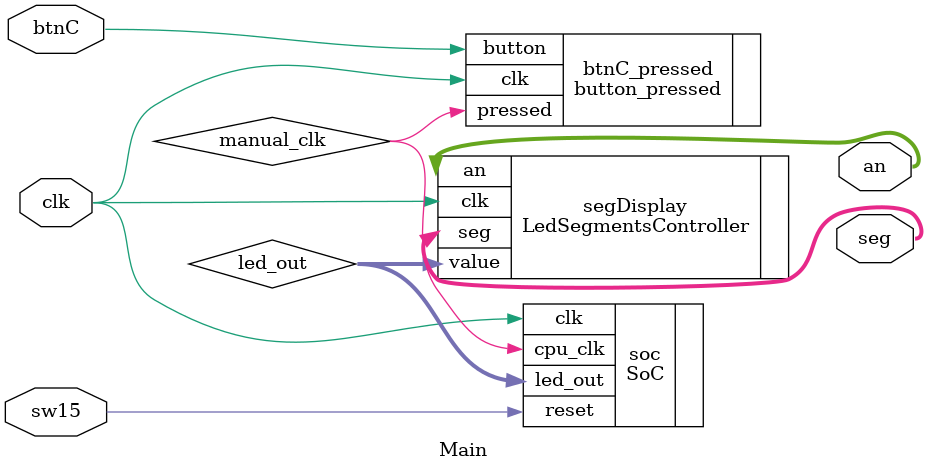
<source format=sv>
`timescale 1ns / 1ps


module Main(
    input clk,
    input btnC,
    input sw15,
    output [3:0] an,
    output [6:0] seg
);

    //Peripherals
    wire [15:0] led_out;

    //Manual clock for CPU
    wire manual_clk;
    button_pressed btnC_pressed(
        .clk(clk),
        .button(btnC),
        .pressed(manual_clk)
    );

    //SoC
    SoC soc(
        .clk(clk),
        .cpu_clk(manual_clk),
        .reset(sw15),
        .led_out(led_out)
    );

    //LED Peripheral
    LedSegmentsController segDisplay(.clk(clk), .value(led_out), .an(an), .seg(seg));
endmodule

</source>
